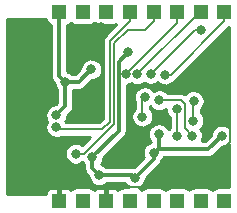
<source format=gbl>
G04 #@! TF.GenerationSoftware,KiCad,Pcbnew,(2017-11-08 revision cd21218)-HEAD*
G04 #@! TF.CreationDate,2018-02-15T18:50:46+02:00*
G04 #@! TF.ProjectId,rfm69w_adapter,72666D3639775F616461707465722E6B,rev?*
G04 #@! TF.SameCoordinates,Original*
G04 #@! TF.FileFunction,Copper,L2,Bot,Signal*
G04 #@! TF.FilePolarity,Positive*
%FSLAX46Y46*%
G04 Gerber Fmt 4.6, Leading zero omitted, Abs format (unit mm)*
G04 Created by KiCad (PCBNEW (2017-11-08 revision cd21218)-HEAD) date Thu Feb 15 18:50:46 2018*
%MOMM*%
%LPD*%
G01*
G04 APERTURE LIST*
%ADD10C,0.350000*%
%ADD11R,1.200000X1.200000*%
%ADD12C,0.800000*%
%ADD13C,0.200000*%
%ADD14C,0.300000*%
%ADD15C,0.254000*%
G04 APERTURE END LIST*
D10*
X116500000Y-68250000D03*
X116500000Y-71750000D03*
X116500000Y-73000000D03*
X113500000Y-75500000D03*
X116500000Y-73750000D03*
X117000000Y-75250000D03*
X116750000Y-74500000D03*
X116250000Y-75250000D03*
X131750000Y-65750000D03*
X130750000Y-68500000D03*
X129250000Y-68500000D03*
X128500000Y-68500000D03*
X116500000Y-64750000D03*
X116500000Y-69250000D03*
X116500000Y-70250000D03*
X117500000Y-70250000D03*
X118500000Y-78250000D03*
X117750000Y-78250000D03*
X117750000Y-77250000D03*
X130500000Y-73750000D03*
X131750000Y-73000000D03*
X131000000Y-73000000D03*
X130250000Y-73000000D03*
D11*
X131750000Y-79500000D03*
X129750000Y-79500000D03*
X127750000Y-79500000D03*
X125750000Y-79500000D03*
X123750000Y-79500000D03*
X121750000Y-79500000D03*
X119750000Y-79500000D03*
X117750000Y-79500000D03*
X131750000Y-63500000D03*
X129750000Y-63500000D03*
X127750000Y-63500000D03*
X125750000Y-63500000D03*
X123750000Y-63500000D03*
X119750000Y-63500000D03*
X121750000Y-63500000D03*
X117750000Y-63500000D03*
D10*
X114172857Y-64207000D03*
X114972857Y-64207000D03*
X115772857Y-64207000D03*
X114172857Y-65007000D03*
X114972857Y-65007000D03*
X115772857Y-65007000D03*
X114172857Y-65807000D03*
X114972857Y-65807000D03*
X115772857Y-65807000D03*
X114172857Y-66607000D03*
X114972857Y-66607000D03*
X115772857Y-66607000D03*
X131772857Y-66607000D03*
X114172857Y-67407000D03*
X114972857Y-67407000D03*
X115772857Y-67407000D03*
X114172857Y-68207000D03*
X114972857Y-68207000D03*
X115772857Y-68207000D03*
X130000000Y-68000000D03*
X114172857Y-69007000D03*
X114972857Y-69007000D03*
X115772857Y-69007000D03*
X131772857Y-71407000D03*
X130972857Y-72207000D03*
X131772857Y-72207000D03*
X114972857Y-77007000D03*
X114972857Y-77807000D03*
X114972857Y-78607000D03*
D12*
X121300000Y-64800000D03*
X121031000Y-72313800D03*
X128750004Y-77000000D03*
X131851400Y-68148200D03*
X127414280Y-77609979D03*
X129750000Y-65000000D03*
X125500000Y-68750000D03*
X117500000Y-72250000D03*
X123570996Y-66929000D03*
X125755398Y-75412600D03*
X120472198Y-68376800D03*
X118262400Y-69443600D03*
X120550012Y-75809990D03*
X124145026Y-77559979D03*
X121159979Y-77342024D03*
X126186430Y-73849990D03*
X131500000Y-74000000D03*
X125000000Y-70716637D03*
X124798524Y-72366659D03*
X126250000Y-71000000D03*
X129000000Y-74000000D03*
X129120532Y-72699988D03*
X129144070Y-71049965D03*
X127749994Y-74000000D03*
X127725446Y-71718827D03*
X126746000Y-68808602D03*
X119149990Y-75500000D03*
X123453610Y-68740021D03*
X124373530Y-68772790D03*
X117500000Y-73250000D03*
D13*
X128750004Y-77000000D02*
X129800000Y-77000000D01*
X129800000Y-77000000D02*
X132251399Y-74548601D01*
X132251399Y-74548601D02*
X132251399Y-68548199D01*
X132251399Y-68548199D02*
X131851400Y-68148200D01*
X121750000Y-79500000D02*
X121750000Y-78700000D01*
X126690659Y-78333600D02*
X127414280Y-77609979D01*
X121750000Y-78700000D02*
X122116400Y-78333600D01*
X122116400Y-78333600D02*
X126690659Y-78333600D01*
X129250000Y-65000000D02*
X129750000Y-65000000D01*
X125500000Y-68750000D02*
X129250000Y-65000000D01*
D14*
X120550012Y-75809990D02*
X122783600Y-73576402D01*
X122783600Y-67716396D02*
X123570996Y-66929000D01*
X122783600Y-73576402D02*
X122783600Y-67716396D01*
X118262400Y-69443600D02*
X119405398Y-69443600D01*
X119405398Y-69443600D02*
X120472198Y-68376800D01*
X117500000Y-72250000D02*
X118262400Y-71487600D01*
X118262400Y-71487600D02*
X118262400Y-69443600D01*
X117750000Y-63500000D02*
X117750000Y-68931200D01*
X117750000Y-68931200D02*
X118262400Y-69443600D01*
X126250000Y-75116942D02*
X126127258Y-75116942D01*
X125831600Y-75412600D02*
X125755398Y-75412600D01*
X126127258Y-75116942D02*
X125831600Y-75412600D01*
X124145026Y-77559979D02*
X125755398Y-75949607D01*
X125755398Y-75949607D02*
X125755398Y-75412600D01*
X120550012Y-76732057D02*
X120550012Y-75809990D01*
X121159979Y-77342024D02*
X120550012Y-76732057D01*
X121159979Y-77342024D02*
X123927071Y-77342024D01*
X123927071Y-77342024D02*
X124145026Y-77559979D01*
X126186430Y-75053372D02*
X126186430Y-73849990D01*
X126250000Y-75116942D02*
X126186430Y-75053372D01*
X130383058Y-75116942D02*
X126250000Y-75116942D01*
X131500000Y-74000000D02*
X130383058Y-75116942D01*
D13*
X124798524Y-70918113D02*
X125000000Y-70716637D01*
X124798524Y-72366659D02*
X124798524Y-70918113D01*
X128065685Y-71000000D02*
X126250000Y-71000000D01*
X128375447Y-71309762D02*
X128065685Y-71000000D01*
X129000000Y-74000000D02*
X128375447Y-73375447D01*
X128375447Y-73375447D02*
X128375447Y-71309762D01*
X129120532Y-71073503D02*
X129144070Y-71049965D01*
X129120532Y-72699988D02*
X129120532Y-71073503D01*
X127725446Y-73975452D02*
X127749994Y-74000000D01*
X127725446Y-71718827D02*
X127725446Y-73975452D01*
X131750000Y-63500000D02*
X131750000Y-64300000D01*
X131750000Y-64300000D02*
X127241398Y-68808602D01*
X127241398Y-68808602D02*
X126746000Y-68808602D01*
X119876800Y-75500000D02*
X119149990Y-75500000D01*
X125750000Y-63500000D02*
X125750000Y-64300000D01*
X125050000Y-65000000D02*
X123590353Y-65000000D01*
X125750000Y-64300000D02*
X125050000Y-65000000D01*
X122413589Y-66176764D02*
X122413589Y-72963211D01*
X122413589Y-72963211D02*
X119876800Y-75500000D01*
X123590353Y-65000000D02*
X122413589Y-66176764D01*
X127750000Y-64443631D02*
X123453610Y-68740021D01*
X127750000Y-63500000D02*
X127750000Y-64443631D01*
X129646320Y-63500000D02*
X124373530Y-68772790D01*
X129750000Y-63500000D02*
X129646320Y-63500000D01*
X123750000Y-64300000D02*
X123750000Y-63500000D01*
X117500000Y-73250000D02*
X117706800Y-73456800D01*
X121412000Y-73456800D02*
X122072400Y-72796400D01*
X122072400Y-65977600D02*
X123750000Y-64300000D01*
X117706800Y-73456800D02*
X121412000Y-73456800D01*
X122072400Y-72796400D02*
X122072400Y-65977600D01*
D15*
G36*
X116630626Y-64203310D02*
X116660761Y-64302650D01*
X116709696Y-64394202D01*
X116775552Y-64474448D01*
X116855798Y-64540304D01*
X116947350Y-64589239D01*
X117046690Y-64619374D01*
X117073000Y-64621965D01*
X117073000Y-68931200D01*
X117079100Y-68993410D01*
X117084552Y-69055735D01*
X117085546Y-69059155D01*
X117085893Y-69062697D01*
X117103969Y-69122568D01*
X117121415Y-69182616D01*
X117123052Y-69185775D01*
X117124082Y-69189185D01*
X117153451Y-69244419D01*
X117182220Y-69299921D01*
X117184441Y-69302703D01*
X117186112Y-69305846D01*
X117225628Y-69354297D01*
X117264652Y-69403181D01*
X117269539Y-69408137D01*
X117269621Y-69408237D01*
X117269714Y-69408314D01*
X117271289Y-69409911D01*
X117334853Y-69473475D01*
X117334182Y-69521545D01*
X117366999Y-69700352D01*
X117433922Y-69869380D01*
X117532401Y-70022190D01*
X117585400Y-70077072D01*
X117585400Y-71207177D01*
X117469850Y-71322728D01*
X117415577Y-71322349D01*
X117237003Y-71356413D01*
X117068447Y-71424515D01*
X116916328Y-71524058D01*
X116786441Y-71651253D01*
X116683733Y-71801254D01*
X116612117Y-71968347D01*
X116574320Y-72146168D01*
X116571782Y-72327945D01*
X116604599Y-72506752D01*
X116671522Y-72675780D01*
X116719098Y-72749604D01*
X116683733Y-72801254D01*
X116612117Y-72968347D01*
X116574320Y-73146168D01*
X116571782Y-73327945D01*
X116604599Y-73506752D01*
X116671522Y-73675780D01*
X116770001Y-73828590D01*
X116896286Y-73959362D01*
X117045566Y-74063114D01*
X117212155Y-74135895D01*
X117389708Y-74174932D01*
X117571463Y-74178740D01*
X117750495Y-74147171D01*
X117913876Y-74083800D01*
X120406288Y-74083800D01*
X119722283Y-74767805D01*
X119593027Y-74680621D01*
X119425438Y-74610173D01*
X119247357Y-74573618D01*
X119065567Y-74572349D01*
X118886993Y-74606413D01*
X118718437Y-74674515D01*
X118566318Y-74774058D01*
X118436431Y-74901253D01*
X118333723Y-75051254D01*
X118262107Y-75218347D01*
X118224310Y-75396168D01*
X118221772Y-75577945D01*
X118254589Y-75756752D01*
X118321512Y-75925780D01*
X118419991Y-76078590D01*
X118546276Y-76209362D01*
X118695556Y-76313114D01*
X118862145Y-76385895D01*
X119039698Y-76424932D01*
X119221453Y-76428740D01*
X119400485Y-76397171D01*
X119569976Y-76331430D01*
X119721369Y-76235353D01*
X119721534Y-76235770D01*
X119820013Y-76388580D01*
X119873012Y-76443462D01*
X119873012Y-76732057D01*
X119879112Y-76794267D01*
X119884564Y-76856592D01*
X119885558Y-76860012D01*
X119885905Y-76863554D01*
X119903981Y-76923425D01*
X119921427Y-76983473D01*
X119923064Y-76986632D01*
X119924094Y-76990042D01*
X119953463Y-77045276D01*
X119982232Y-77100778D01*
X119984453Y-77103560D01*
X119986124Y-77106703D01*
X120025640Y-77155154D01*
X120064664Y-77204038D01*
X120069551Y-77208994D01*
X120069633Y-77209094D01*
X120069726Y-77209171D01*
X120071301Y-77210768D01*
X120232432Y-77371899D01*
X120231761Y-77419969D01*
X120264578Y-77598776D01*
X120331501Y-77767804D01*
X120429980Y-77920614D01*
X120556265Y-78051386D01*
X120705545Y-78155138D01*
X120872134Y-78227919D01*
X121049687Y-78266956D01*
X121231442Y-78270764D01*
X121410474Y-78239195D01*
X121579965Y-78173454D01*
X121733458Y-78076044D01*
X121793335Y-78019024D01*
X123337986Y-78019024D01*
X123415027Y-78138569D01*
X123541312Y-78269341D01*
X123686791Y-78370451D01*
X123150000Y-78370451D01*
X123046690Y-78380626D01*
X122947350Y-78410761D01*
X122855798Y-78459696D01*
X122775552Y-78525552D01*
X122750892Y-78555601D01*
X122685943Y-78490652D01*
X122599628Y-78432979D01*
X122503720Y-78393252D01*
X122401905Y-78373000D01*
X121954750Y-78373000D01*
X121823000Y-78504750D01*
X121823000Y-78898000D01*
X121677000Y-78898000D01*
X121677000Y-78504750D01*
X121545250Y-78373000D01*
X121098095Y-78373000D01*
X120996280Y-78393252D01*
X120900372Y-78432979D01*
X120814057Y-78490652D01*
X120749108Y-78555601D01*
X120724448Y-78525552D01*
X120644202Y-78459696D01*
X120552650Y-78410761D01*
X120453310Y-78380626D01*
X120350000Y-78370451D01*
X119150000Y-78370451D01*
X119046690Y-78380626D01*
X118947350Y-78410761D01*
X118855798Y-78459696D01*
X118775552Y-78525552D01*
X118750892Y-78555601D01*
X118685943Y-78490652D01*
X118599628Y-78432979D01*
X118503720Y-78393252D01*
X118401905Y-78373000D01*
X117954750Y-78373000D01*
X117823000Y-78504750D01*
X117823000Y-78898000D01*
X117677000Y-78898000D01*
X117677000Y-78504750D01*
X117545250Y-78373000D01*
X117098095Y-78373000D01*
X116996280Y-78393252D01*
X116900372Y-78432979D01*
X116814057Y-78490652D01*
X116740652Y-78564057D01*
X116682979Y-78650372D01*
X116643252Y-78746280D01*
X116623000Y-78848095D01*
X116623000Y-78898000D01*
X113352000Y-78898000D01*
X113352000Y-64102000D01*
X116620648Y-64102000D01*
X116630626Y-64203310D01*
X116630626Y-64203310D01*
G37*
X116630626Y-64203310D02*
X116660761Y-64302650D01*
X116709696Y-64394202D01*
X116775552Y-64474448D01*
X116855798Y-64540304D01*
X116947350Y-64589239D01*
X117046690Y-64619374D01*
X117073000Y-64621965D01*
X117073000Y-68931200D01*
X117079100Y-68993410D01*
X117084552Y-69055735D01*
X117085546Y-69059155D01*
X117085893Y-69062697D01*
X117103969Y-69122568D01*
X117121415Y-69182616D01*
X117123052Y-69185775D01*
X117124082Y-69189185D01*
X117153451Y-69244419D01*
X117182220Y-69299921D01*
X117184441Y-69302703D01*
X117186112Y-69305846D01*
X117225628Y-69354297D01*
X117264652Y-69403181D01*
X117269539Y-69408137D01*
X117269621Y-69408237D01*
X117269714Y-69408314D01*
X117271289Y-69409911D01*
X117334853Y-69473475D01*
X117334182Y-69521545D01*
X117366999Y-69700352D01*
X117433922Y-69869380D01*
X117532401Y-70022190D01*
X117585400Y-70077072D01*
X117585400Y-71207177D01*
X117469850Y-71322728D01*
X117415577Y-71322349D01*
X117237003Y-71356413D01*
X117068447Y-71424515D01*
X116916328Y-71524058D01*
X116786441Y-71651253D01*
X116683733Y-71801254D01*
X116612117Y-71968347D01*
X116574320Y-72146168D01*
X116571782Y-72327945D01*
X116604599Y-72506752D01*
X116671522Y-72675780D01*
X116719098Y-72749604D01*
X116683733Y-72801254D01*
X116612117Y-72968347D01*
X116574320Y-73146168D01*
X116571782Y-73327945D01*
X116604599Y-73506752D01*
X116671522Y-73675780D01*
X116770001Y-73828590D01*
X116896286Y-73959362D01*
X117045566Y-74063114D01*
X117212155Y-74135895D01*
X117389708Y-74174932D01*
X117571463Y-74178740D01*
X117750495Y-74147171D01*
X117913876Y-74083800D01*
X120406288Y-74083800D01*
X119722283Y-74767805D01*
X119593027Y-74680621D01*
X119425438Y-74610173D01*
X119247357Y-74573618D01*
X119065567Y-74572349D01*
X118886993Y-74606413D01*
X118718437Y-74674515D01*
X118566318Y-74774058D01*
X118436431Y-74901253D01*
X118333723Y-75051254D01*
X118262107Y-75218347D01*
X118224310Y-75396168D01*
X118221772Y-75577945D01*
X118254589Y-75756752D01*
X118321512Y-75925780D01*
X118419991Y-76078590D01*
X118546276Y-76209362D01*
X118695556Y-76313114D01*
X118862145Y-76385895D01*
X119039698Y-76424932D01*
X119221453Y-76428740D01*
X119400485Y-76397171D01*
X119569976Y-76331430D01*
X119721369Y-76235353D01*
X119721534Y-76235770D01*
X119820013Y-76388580D01*
X119873012Y-76443462D01*
X119873012Y-76732057D01*
X119879112Y-76794267D01*
X119884564Y-76856592D01*
X119885558Y-76860012D01*
X119885905Y-76863554D01*
X119903981Y-76923425D01*
X119921427Y-76983473D01*
X119923064Y-76986632D01*
X119924094Y-76990042D01*
X119953463Y-77045276D01*
X119982232Y-77100778D01*
X119984453Y-77103560D01*
X119986124Y-77106703D01*
X120025640Y-77155154D01*
X120064664Y-77204038D01*
X120069551Y-77208994D01*
X120069633Y-77209094D01*
X120069726Y-77209171D01*
X120071301Y-77210768D01*
X120232432Y-77371899D01*
X120231761Y-77419969D01*
X120264578Y-77598776D01*
X120331501Y-77767804D01*
X120429980Y-77920614D01*
X120556265Y-78051386D01*
X120705545Y-78155138D01*
X120872134Y-78227919D01*
X121049687Y-78266956D01*
X121231442Y-78270764D01*
X121410474Y-78239195D01*
X121579965Y-78173454D01*
X121733458Y-78076044D01*
X121793335Y-78019024D01*
X123337986Y-78019024D01*
X123415027Y-78138569D01*
X123541312Y-78269341D01*
X123686791Y-78370451D01*
X123150000Y-78370451D01*
X123046690Y-78380626D01*
X122947350Y-78410761D01*
X122855798Y-78459696D01*
X122775552Y-78525552D01*
X122750892Y-78555601D01*
X122685943Y-78490652D01*
X122599628Y-78432979D01*
X122503720Y-78393252D01*
X122401905Y-78373000D01*
X121954750Y-78373000D01*
X121823000Y-78504750D01*
X121823000Y-78898000D01*
X121677000Y-78898000D01*
X121677000Y-78504750D01*
X121545250Y-78373000D01*
X121098095Y-78373000D01*
X120996280Y-78393252D01*
X120900372Y-78432979D01*
X120814057Y-78490652D01*
X120749108Y-78555601D01*
X120724448Y-78525552D01*
X120644202Y-78459696D01*
X120552650Y-78410761D01*
X120453310Y-78380626D01*
X120350000Y-78370451D01*
X119150000Y-78370451D01*
X119046690Y-78380626D01*
X118947350Y-78410761D01*
X118855798Y-78459696D01*
X118775552Y-78525552D01*
X118750892Y-78555601D01*
X118685943Y-78490652D01*
X118599628Y-78432979D01*
X118503720Y-78393252D01*
X118401905Y-78373000D01*
X117954750Y-78373000D01*
X117823000Y-78504750D01*
X117823000Y-78898000D01*
X117677000Y-78898000D01*
X117677000Y-78504750D01*
X117545250Y-78373000D01*
X117098095Y-78373000D01*
X116996280Y-78393252D01*
X116900372Y-78432979D01*
X116814057Y-78490652D01*
X116740652Y-78564057D01*
X116682979Y-78650372D01*
X116643252Y-78746280D01*
X116623000Y-78848095D01*
X116623000Y-78898000D01*
X113352000Y-78898000D01*
X113352000Y-64102000D01*
X116620648Y-64102000D01*
X116630626Y-64203310D01*
G36*
X132148000Y-78370451D02*
X131150000Y-78370451D01*
X131046690Y-78380626D01*
X130947350Y-78410761D01*
X130855798Y-78459696D01*
X130775552Y-78525552D01*
X130750000Y-78556687D01*
X130724448Y-78525552D01*
X130644202Y-78459696D01*
X130552650Y-78410761D01*
X130453310Y-78380626D01*
X130350000Y-78370451D01*
X129150000Y-78370451D01*
X129046690Y-78380626D01*
X128947350Y-78410761D01*
X128855798Y-78459696D01*
X128775552Y-78525552D01*
X128750000Y-78556687D01*
X128724448Y-78525552D01*
X128644202Y-78459696D01*
X128552650Y-78410761D01*
X128453310Y-78380626D01*
X128350000Y-78370451D01*
X127150000Y-78370451D01*
X127046690Y-78380626D01*
X126947350Y-78410761D01*
X126855798Y-78459696D01*
X126775552Y-78525552D01*
X126750000Y-78556687D01*
X126724448Y-78525552D01*
X126644202Y-78459696D01*
X126552650Y-78410761D01*
X126453310Y-78380626D01*
X126350000Y-78370451D01*
X125150000Y-78370451D01*
X125046690Y-78380626D01*
X124947350Y-78410761D01*
X124855798Y-78459696D01*
X124775552Y-78525552D01*
X124750000Y-78556687D01*
X124724448Y-78525552D01*
X124644202Y-78459696D01*
X124552650Y-78410761D01*
X124531590Y-78404372D01*
X124565012Y-78391409D01*
X124718505Y-78293999D01*
X124850156Y-78168630D01*
X124954947Y-78020078D01*
X125028890Y-77854001D01*
X125069166Y-77676725D01*
X125070348Y-77592079D01*
X126234109Y-76428318D01*
X126273789Y-76380011D01*
X126314000Y-76332090D01*
X126315715Y-76328970D01*
X126317975Y-76326219D01*
X126347531Y-76271098D01*
X126377653Y-76216306D01*
X126378729Y-76212913D01*
X126380412Y-76209775D01*
X126398704Y-76149943D01*
X126417604Y-76090363D01*
X126418001Y-76086827D01*
X126419042Y-76083421D01*
X126421590Y-76058331D01*
X126460528Y-76021251D01*
X126565319Y-75872699D01*
X126600384Y-75793942D01*
X130383058Y-75793942D01*
X130445268Y-75787842D01*
X130507593Y-75782390D01*
X130511013Y-75781396D01*
X130514555Y-75781049D01*
X130574426Y-75762973D01*
X130634474Y-75745527D01*
X130637633Y-75743890D01*
X130641043Y-75742860D01*
X130696277Y-75713491D01*
X130751779Y-75684722D01*
X130754561Y-75682501D01*
X130757704Y-75680830D01*
X130806155Y-75641314D01*
X130855039Y-75602290D01*
X130859995Y-75597403D01*
X130860095Y-75597321D01*
X130860172Y-75597228D01*
X130861769Y-75595653D01*
X131529561Y-74927862D01*
X131571463Y-74928740D01*
X131750495Y-74897171D01*
X131919986Y-74831430D01*
X132073479Y-74734020D01*
X132148000Y-74663055D01*
X132148000Y-78370451D01*
X132148000Y-78370451D01*
G37*
X132148000Y-78370451D02*
X131150000Y-78370451D01*
X131046690Y-78380626D01*
X130947350Y-78410761D01*
X130855798Y-78459696D01*
X130775552Y-78525552D01*
X130750000Y-78556687D01*
X130724448Y-78525552D01*
X130644202Y-78459696D01*
X130552650Y-78410761D01*
X130453310Y-78380626D01*
X130350000Y-78370451D01*
X129150000Y-78370451D01*
X129046690Y-78380626D01*
X128947350Y-78410761D01*
X128855798Y-78459696D01*
X128775552Y-78525552D01*
X128750000Y-78556687D01*
X128724448Y-78525552D01*
X128644202Y-78459696D01*
X128552650Y-78410761D01*
X128453310Y-78380626D01*
X128350000Y-78370451D01*
X127150000Y-78370451D01*
X127046690Y-78380626D01*
X126947350Y-78410761D01*
X126855798Y-78459696D01*
X126775552Y-78525552D01*
X126750000Y-78556687D01*
X126724448Y-78525552D01*
X126644202Y-78459696D01*
X126552650Y-78410761D01*
X126453310Y-78380626D01*
X126350000Y-78370451D01*
X125150000Y-78370451D01*
X125046690Y-78380626D01*
X124947350Y-78410761D01*
X124855798Y-78459696D01*
X124775552Y-78525552D01*
X124750000Y-78556687D01*
X124724448Y-78525552D01*
X124644202Y-78459696D01*
X124552650Y-78410761D01*
X124531590Y-78404372D01*
X124565012Y-78391409D01*
X124718505Y-78293999D01*
X124850156Y-78168630D01*
X124954947Y-78020078D01*
X125028890Y-77854001D01*
X125069166Y-77676725D01*
X125070348Y-77592079D01*
X126234109Y-76428318D01*
X126273789Y-76380011D01*
X126314000Y-76332090D01*
X126315715Y-76328970D01*
X126317975Y-76326219D01*
X126347531Y-76271098D01*
X126377653Y-76216306D01*
X126378729Y-76212913D01*
X126380412Y-76209775D01*
X126398704Y-76149943D01*
X126417604Y-76090363D01*
X126418001Y-76086827D01*
X126419042Y-76083421D01*
X126421590Y-76058331D01*
X126460528Y-76021251D01*
X126565319Y-75872699D01*
X126600384Y-75793942D01*
X130383058Y-75793942D01*
X130445268Y-75787842D01*
X130507593Y-75782390D01*
X130511013Y-75781396D01*
X130514555Y-75781049D01*
X130574426Y-75762973D01*
X130634474Y-75745527D01*
X130637633Y-75743890D01*
X130641043Y-75742860D01*
X130696277Y-75713491D01*
X130751779Y-75684722D01*
X130754561Y-75682501D01*
X130757704Y-75680830D01*
X130806155Y-75641314D01*
X130855039Y-75602290D01*
X130859995Y-75597403D01*
X130860095Y-75597321D01*
X130860172Y-75597228D01*
X130861769Y-75595653D01*
X131529561Y-74927862D01*
X131571463Y-74928740D01*
X131750495Y-74897171D01*
X131919986Y-74831430D01*
X132073479Y-74734020D01*
X132148000Y-74663055D01*
X132148000Y-78370451D01*
G36*
X132148000Y-73336907D02*
X132093751Y-73282278D01*
X131943037Y-73180621D01*
X131775448Y-73110173D01*
X131597367Y-73073618D01*
X131415577Y-73072349D01*
X131237003Y-73106413D01*
X131068447Y-73174515D01*
X130916328Y-73274058D01*
X130786441Y-73401253D01*
X130683733Y-73551254D01*
X130612117Y-73718347D01*
X130574320Y-73896168D01*
X130573299Y-73969278D01*
X130102636Y-74439942D01*
X129818896Y-74439942D01*
X129883864Y-74294022D01*
X129924140Y-74116746D01*
X129927039Y-73909103D01*
X129891729Y-73730771D01*
X129822452Y-73562694D01*
X129721849Y-73411274D01*
X129719922Y-73409333D01*
X129825662Y-73308639D01*
X129930453Y-73160087D01*
X130004396Y-72994010D01*
X130044672Y-72816734D01*
X130047571Y-72609091D01*
X130012261Y-72430759D01*
X129942984Y-72262682D01*
X129842381Y-72111262D01*
X129747532Y-72015748D01*
X129747532Y-71755433D01*
X129849200Y-71658616D01*
X129953991Y-71510064D01*
X130027934Y-71343987D01*
X130068210Y-71166711D01*
X130071109Y-70959068D01*
X130035799Y-70780736D01*
X129966522Y-70612659D01*
X129865919Y-70461239D01*
X129737821Y-70332243D01*
X129587107Y-70230586D01*
X129419518Y-70160138D01*
X129241437Y-70123583D01*
X129059647Y-70122314D01*
X128881073Y-70156378D01*
X128712517Y-70224480D01*
X128560398Y-70324023D01*
X128430511Y-70451218D01*
X128412306Y-70477806D01*
X128363491Y-70451632D01*
X128312687Y-70423702D01*
X128309539Y-70422703D01*
X128306638Y-70421148D01*
X128251290Y-70404226D01*
X128196046Y-70386701D01*
X128192771Y-70386334D01*
X128189616Y-70385369D01*
X128131941Y-70379511D01*
X128074439Y-70373061D01*
X128068002Y-70373016D01*
X128067873Y-70373003D01*
X128067752Y-70373014D01*
X128065685Y-70373000D01*
X126933841Y-70373000D01*
X126843751Y-70282278D01*
X126693037Y-70180621D01*
X126525448Y-70110173D01*
X126347367Y-70073618D01*
X126165577Y-70072349D01*
X125987003Y-70106413D01*
X125818447Y-70174515D01*
X125772701Y-70204450D01*
X125721849Y-70127911D01*
X125593751Y-69998915D01*
X125443037Y-69897258D01*
X125275448Y-69826810D01*
X125097367Y-69790255D01*
X124915577Y-69788986D01*
X124737003Y-69823050D01*
X124568447Y-69891152D01*
X124416328Y-69990695D01*
X124286441Y-70117890D01*
X124183733Y-70267891D01*
X124112117Y-70434984D01*
X124074320Y-70612805D01*
X124071782Y-70794582D01*
X124104599Y-70973389D01*
X124171522Y-71142417D01*
X124171524Y-71142420D01*
X124171524Y-71683147D01*
X124084965Y-71767912D01*
X123982257Y-71917913D01*
X123910641Y-72085006D01*
X123872844Y-72262827D01*
X123870306Y-72444604D01*
X123903123Y-72623411D01*
X123970046Y-72792439D01*
X124068525Y-72945249D01*
X124194810Y-73076021D01*
X124344090Y-73179773D01*
X124510679Y-73252554D01*
X124688232Y-73291591D01*
X124869987Y-73295399D01*
X125049019Y-73263830D01*
X125218510Y-73198089D01*
X125372003Y-73100679D01*
X125503654Y-72975310D01*
X125608445Y-72826758D01*
X125682388Y-72660681D01*
X125722664Y-72483405D01*
X125725563Y-72275762D01*
X125690253Y-72097430D01*
X125620976Y-71929353D01*
X125520373Y-71777933D01*
X125425524Y-71682419D01*
X125425524Y-71544552D01*
X125477009Y-71511879D01*
X125520001Y-71578590D01*
X125646286Y-71709362D01*
X125795566Y-71813114D01*
X125962155Y-71885895D01*
X126139708Y-71924932D01*
X126321463Y-71928740D01*
X126500495Y-71897171D01*
X126669986Y-71831430D01*
X126797877Y-71750267D01*
X126797228Y-71796772D01*
X126830045Y-71975579D01*
X126896968Y-72144607D01*
X126995447Y-72297417D01*
X127098446Y-72404076D01*
X127098446Y-73340527D01*
X127036435Y-73401253D01*
X127016294Y-73430668D01*
X127008882Y-73412684D01*
X126908279Y-73261264D01*
X126780181Y-73132268D01*
X126629467Y-73030611D01*
X126461878Y-72960163D01*
X126283797Y-72923608D01*
X126102007Y-72922339D01*
X125923433Y-72956403D01*
X125754877Y-73024505D01*
X125602758Y-73124048D01*
X125472871Y-73251243D01*
X125370163Y-73401244D01*
X125298547Y-73568337D01*
X125260750Y-73746158D01*
X125258212Y-73927935D01*
X125291029Y-74106742D01*
X125357952Y-74275770D01*
X125456431Y-74428580D01*
X125509430Y-74483462D01*
X125509430Y-74515765D01*
X125492401Y-74519013D01*
X125323845Y-74587115D01*
X125171726Y-74686658D01*
X125041839Y-74813853D01*
X124939131Y-74963854D01*
X124867515Y-75130947D01*
X124829718Y-75308768D01*
X124827180Y-75490545D01*
X124859997Y-75669352D01*
X124921895Y-75825688D01*
X124114876Y-76632707D01*
X124060603Y-76632328D01*
X123889200Y-76665024D01*
X121794169Y-76665024D01*
X121753730Y-76624302D01*
X121603016Y-76522645D01*
X121435427Y-76452197D01*
X121257346Y-76415642D01*
X121257258Y-76415641D01*
X121359933Y-76270089D01*
X121433876Y-76104012D01*
X121474152Y-75926736D01*
X121475334Y-75842090D01*
X123262311Y-74055114D01*
X123302012Y-74006781D01*
X123342202Y-73958885D01*
X123343917Y-73955765D01*
X123346177Y-73953014D01*
X123375714Y-73897927D01*
X123405855Y-73843101D01*
X123406933Y-73839704D01*
X123408613Y-73836570D01*
X123426883Y-73776812D01*
X123445806Y-73717158D01*
X123446203Y-73713619D01*
X123447243Y-73710217D01*
X123453556Y-73648064D01*
X123460534Y-73585854D01*
X123460583Y-73578887D01*
X123460595Y-73578765D01*
X123460584Y-73578652D01*
X123460600Y-73576402D01*
X123460600Y-69667410D01*
X123525073Y-69668761D01*
X123704105Y-69637192D01*
X123873596Y-69571451D01*
X123886509Y-69563256D01*
X123919096Y-69585904D01*
X124085685Y-69658685D01*
X124263238Y-69697722D01*
X124444993Y-69701530D01*
X124624025Y-69669961D01*
X124793516Y-69604220D01*
X124947009Y-69506810D01*
X124954412Y-69499760D01*
X125045566Y-69563114D01*
X125212155Y-69635895D01*
X125389708Y-69674932D01*
X125571463Y-69678740D01*
X125750495Y-69647171D01*
X125919986Y-69581430D01*
X126073479Y-69484020D01*
X126092247Y-69466147D01*
X126142286Y-69517964D01*
X126291566Y-69621716D01*
X126458155Y-69694497D01*
X126635708Y-69733534D01*
X126817463Y-69737342D01*
X126996495Y-69705773D01*
X127165986Y-69640032D01*
X127319479Y-69542622D01*
X127451130Y-69417253D01*
X127468675Y-69392381D01*
X127474245Y-69390763D01*
X127477175Y-69389244D01*
X127480329Y-69388292D01*
X127531442Y-69361115D01*
X127582887Y-69334449D01*
X127585464Y-69332392D01*
X127588375Y-69330844D01*
X127633258Y-69294239D01*
X127678521Y-69258105D01*
X127683108Y-69253581D01*
X127683204Y-69253503D01*
X127683278Y-69253414D01*
X127684754Y-69251958D01*
X132148000Y-64788712D01*
X132148000Y-73336907D01*
X132148000Y-73336907D01*
G37*
X132148000Y-73336907D02*
X132093751Y-73282278D01*
X131943037Y-73180621D01*
X131775448Y-73110173D01*
X131597367Y-73073618D01*
X131415577Y-73072349D01*
X131237003Y-73106413D01*
X131068447Y-73174515D01*
X130916328Y-73274058D01*
X130786441Y-73401253D01*
X130683733Y-73551254D01*
X130612117Y-73718347D01*
X130574320Y-73896168D01*
X130573299Y-73969278D01*
X130102636Y-74439942D01*
X129818896Y-74439942D01*
X129883864Y-74294022D01*
X129924140Y-74116746D01*
X129927039Y-73909103D01*
X129891729Y-73730771D01*
X129822452Y-73562694D01*
X129721849Y-73411274D01*
X129719922Y-73409333D01*
X129825662Y-73308639D01*
X129930453Y-73160087D01*
X130004396Y-72994010D01*
X130044672Y-72816734D01*
X130047571Y-72609091D01*
X130012261Y-72430759D01*
X129942984Y-72262682D01*
X129842381Y-72111262D01*
X129747532Y-72015748D01*
X129747532Y-71755433D01*
X129849200Y-71658616D01*
X129953991Y-71510064D01*
X130027934Y-71343987D01*
X130068210Y-71166711D01*
X130071109Y-70959068D01*
X130035799Y-70780736D01*
X129966522Y-70612659D01*
X129865919Y-70461239D01*
X129737821Y-70332243D01*
X129587107Y-70230586D01*
X129419518Y-70160138D01*
X129241437Y-70123583D01*
X129059647Y-70122314D01*
X128881073Y-70156378D01*
X128712517Y-70224480D01*
X128560398Y-70324023D01*
X128430511Y-70451218D01*
X128412306Y-70477806D01*
X128363491Y-70451632D01*
X128312687Y-70423702D01*
X128309539Y-70422703D01*
X128306638Y-70421148D01*
X128251290Y-70404226D01*
X128196046Y-70386701D01*
X128192771Y-70386334D01*
X128189616Y-70385369D01*
X128131941Y-70379511D01*
X128074439Y-70373061D01*
X128068002Y-70373016D01*
X128067873Y-70373003D01*
X128067752Y-70373014D01*
X128065685Y-70373000D01*
X126933841Y-70373000D01*
X126843751Y-70282278D01*
X126693037Y-70180621D01*
X126525448Y-70110173D01*
X126347367Y-70073618D01*
X126165577Y-70072349D01*
X125987003Y-70106413D01*
X125818447Y-70174515D01*
X125772701Y-70204450D01*
X125721849Y-70127911D01*
X125593751Y-69998915D01*
X125443037Y-69897258D01*
X125275448Y-69826810D01*
X125097367Y-69790255D01*
X124915577Y-69788986D01*
X124737003Y-69823050D01*
X124568447Y-69891152D01*
X124416328Y-69990695D01*
X124286441Y-70117890D01*
X124183733Y-70267891D01*
X124112117Y-70434984D01*
X124074320Y-70612805D01*
X124071782Y-70794582D01*
X124104599Y-70973389D01*
X124171522Y-71142417D01*
X124171524Y-71142420D01*
X124171524Y-71683147D01*
X124084965Y-71767912D01*
X123982257Y-71917913D01*
X123910641Y-72085006D01*
X123872844Y-72262827D01*
X123870306Y-72444604D01*
X123903123Y-72623411D01*
X123970046Y-72792439D01*
X124068525Y-72945249D01*
X124194810Y-73076021D01*
X124344090Y-73179773D01*
X124510679Y-73252554D01*
X124688232Y-73291591D01*
X124869987Y-73295399D01*
X125049019Y-73263830D01*
X125218510Y-73198089D01*
X125372003Y-73100679D01*
X125503654Y-72975310D01*
X125608445Y-72826758D01*
X125682388Y-72660681D01*
X125722664Y-72483405D01*
X125725563Y-72275762D01*
X125690253Y-72097430D01*
X125620976Y-71929353D01*
X125520373Y-71777933D01*
X125425524Y-71682419D01*
X125425524Y-71544552D01*
X125477009Y-71511879D01*
X125520001Y-71578590D01*
X125646286Y-71709362D01*
X125795566Y-71813114D01*
X125962155Y-71885895D01*
X126139708Y-71924932D01*
X126321463Y-71928740D01*
X126500495Y-71897171D01*
X126669986Y-71831430D01*
X126797877Y-71750267D01*
X126797228Y-71796772D01*
X126830045Y-71975579D01*
X126896968Y-72144607D01*
X126995447Y-72297417D01*
X127098446Y-72404076D01*
X127098446Y-73340527D01*
X127036435Y-73401253D01*
X127016294Y-73430668D01*
X127008882Y-73412684D01*
X126908279Y-73261264D01*
X126780181Y-73132268D01*
X126629467Y-73030611D01*
X126461878Y-72960163D01*
X126283797Y-72923608D01*
X126102007Y-72922339D01*
X125923433Y-72956403D01*
X125754877Y-73024505D01*
X125602758Y-73124048D01*
X125472871Y-73251243D01*
X125370163Y-73401244D01*
X125298547Y-73568337D01*
X125260750Y-73746158D01*
X125258212Y-73927935D01*
X125291029Y-74106742D01*
X125357952Y-74275770D01*
X125456431Y-74428580D01*
X125509430Y-74483462D01*
X125509430Y-74515765D01*
X125492401Y-74519013D01*
X125323845Y-74587115D01*
X125171726Y-74686658D01*
X125041839Y-74813853D01*
X124939131Y-74963854D01*
X124867515Y-75130947D01*
X124829718Y-75308768D01*
X124827180Y-75490545D01*
X124859997Y-75669352D01*
X124921895Y-75825688D01*
X124114876Y-76632707D01*
X124060603Y-76632328D01*
X123889200Y-76665024D01*
X121794169Y-76665024D01*
X121753730Y-76624302D01*
X121603016Y-76522645D01*
X121435427Y-76452197D01*
X121257346Y-76415642D01*
X121257258Y-76415641D01*
X121359933Y-76270089D01*
X121433876Y-76104012D01*
X121474152Y-75926736D01*
X121475334Y-75842090D01*
X123262311Y-74055114D01*
X123302012Y-74006781D01*
X123342202Y-73958885D01*
X123343917Y-73955765D01*
X123346177Y-73953014D01*
X123375714Y-73897927D01*
X123405855Y-73843101D01*
X123406933Y-73839704D01*
X123408613Y-73836570D01*
X123426883Y-73776812D01*
X123445806Y-73717158D01*
X123446203Y-73713619D01*
X123447243Y-73710217D01*
X123453556Y-73648064D01*
X123460534Y-73585854D01*
X123460583Y-73578887D01*
X123460595Y-73578765D01*
X123460584Y-73578652D01*
X123460600Y-73576402D01*
X123460600Y-69667410D01*
X123525073Y-69668761D01*
X123704105Y-69637192D01*
X123873596Y-69571451D01*
X123886509Y-69563256D01*
X123919096Y-69585904D01*
X124085685Y-69658685D01*
X124263238Y-69697722D01*
X124444993Y-69701530D01*
X124624025Y-69669961D01*
X124793516Y-69604220D01*
X124947009Y-69506810D01*
X124954412Y-69499760D01*
X125045566Y-69563114D01*
X125212155Y-69635895D01*
X125389708Y-69674932D01*
X125571463Y-69678740D01*
X125750495Y-69647171D01*
X125919986Y-69581430D01*
X126073479Y-69484020D01*
X126092247Y-69466147D01*
X126142286Y-69517964D01*
X126291566Y-69621716D01*
X126458155Y-69694497D01*
X126635708Y-69733534D01*
X126817463Y-69737342D01*
X126996495Y-69705773D01*
X127165986Y-69640032D01*
X127319479Y-69542622D01*
X127451130Y-69417253D01*
X127468675Y-69392381D01*
X127474245Y-69390763D01*
X127477175Y-69389244D01*
X127480329Y-69388292D01*
X127531442Y-69361115D01*
X127582887Y-69334449D01*
X127585464Y-69332392D01*
X127588375Y-69330844D01*
X127633258Y-69294239D01*
X127678521Y-69258105D01*
X127683108Y-69253581D01*
X127683204Y-69253503D01*
X127683278Y-69253414D01*
X127684754Y-69251958D01*
X132148000Y-64788712D01*
X132148000Y-73336907D01*
G36*
X120775552Y-64474448D02*
X120855798Y-64540304D01*
X120947350Y-64589239D01*
X121046690Y-64619374D01*
X121150000Y-64629549D01*
X122350000Y-64629549D01*
X122453310Y-64619374D01*
X122552650Y-64589239D01*
X122598620Y-64564668D01*
X121629044Y-65534244D01*
X121592277Y-65579005D01*
X121555054Y-65623366D01*
X121553465Y-65626256D01*
X121551373Y-65628803D01*
X121524032Y-65679794D01*
X121496102Y-65730598D01*
X121495103Y-65733746D01*
X121493548Y-65736647D01*
X121476626Y-65791995D01*
X121459101Y-65847239D01*
X121458734Y-65850514D01*
X121457769Y-65853669D01*
X121451911Y-65911344D01*
X121445461Y-65968846D01*
X121445416Y-65975283D01*
X121445403Y-65975412D01*
X121445414Y-65975533D01*
X121445400Y-65977600D01*
X121445400Y-72536688D01*
X121152288Y-72829800D01*
X118329503Y-72829800D01*
X118322452Y-72812694D01*
X118281272Y-72750712D01*
X118309921Y-72710099D01*
X118383864Y-72544022D01*
X118424140Y-72366746D01*
X118425322Y-72282101D01*
X118741111Y-71966312D01*
X118780812Y-71917979D01*
X118821002Y-71870083D01*
X118822717Y-71866963D01*
X118824977Y-71864212D01*
X118854533Y-71809091D01*
X118884655Y-71754299D01*
X118885731Y-71750906D01*
X118887414Y-71747768D01*
X118905697Y-71687964D01*
X118924606Y-71628356D01*
X118925003Y-71624817D01*
X118926043Y-71621415D01*
X118932356Y-71559262D01*
X118939334Y-71497052D01*
X118939383Y-71490085D01*
X118939395Y-71489963D01*
X118939384Y-71489850D01*
X118939400Y-71487600D01*
X118939400Y-70120600D01*
X119405398Y-70120600D01*
X119467608Y-70114500D01*
X119529933Y-70109048D01*
X119533353Y-70108054D01*
X119536895Y-70107707D01*
X119596766Y-70089631D01*
X119656814Y-70072185D01*
X119659973Y-70070548D01*
X119663383Y-70069518D01*
X119718617Y-70040149D01*
X119774119Y-70011380D01*
X119776901Y-70009159D01*
X119780044Y-70007488D01*
X119828495Y-69967972D01*
X119877379Y-69928948D01*
X119882335Y-69924061D01*
X119882435Y-69923979D01*
X119882512Y-69923886D01*
X119884109Y-69922311D01*
X120501758Y-69304662D01*
X120543661Y-69305540D01*
X120722693Y-69273971D01*
X120892184Y-69208230D01*
X121045677Y-69110820D01*
X121177328Y-68985451D01*
X121282119Y-68836899D01*
X121356062Y-68670822D01*
X121396338Y-68493546D01*
X121399237Y-68285903D01*
X121363927Y-68107571D01*
X121294650Y-67939494D01*
X121194047Y-67788074D01*
X121065949Y-67659078D01*
X120915235Y-67557421D01*
X120747646Y-67486973D01*
X120569565Y-67450418D01*
X120387775Y-67449149D01*
X120209201Y-67483213D01*
X120040645Y-67551315D01*
X119888526Y-67650858D01*
X119758639Y-67778053D01*
X119655931Y-67928054D01*
X119584315Y-68095147D01*
X119546518Y-68272968D01*
X119545497Y-68346079D01*
X119124976Y-68766600D01*
X118896590Y-68766600D01*
X118856151Y-68725878D01*
X118705437Y-68624221D01*
X118537848Y-68553773D01*
X118427000Y-68531019D01*
X118427000Y-64621965D01*
X118453310Y-64619374D01*
X118552650Y-64589239D01*
X118644202Y-64540304D01*
X118724448Y-64474448D01*
X118750000Y-64443313D01*
X118775552Y-64474448D01*
X118855798Y-64540304D01*
X118947350Y-64589239D01*
X119046690Y-64619374D01*
X119150000Y-64629549D01*
X120350000Y-64629549D01*
X120453310Y-64619374D01*
X120552650Y-64589239D01*
X120644202Y-64540304D01*
X120724448Y-64474448D01*
X120750000Y-64443313D01*
X120775552Y-64474448D01*
X120775552Y-64474448D01*
G37*
X120775552Y-64474448D02*
X120855798Y-64540304D01*
X120947350Y-64589239D01*
X121046690Y-64619374D01*
X121150000Y-64629549D01*
X122350000Y-64629549D01*
X122453310Y-64619374D01*
X122552650Y-64589239D01*
X122598620Y-64564668D01*
X121629044Y-65534244D01*
X121592277Y-65579005D01*
X121555054Y-65623366D01*
X121553465Y-65626256D01*
X121551373Y-65628803D01*
X121524032Y-65679794D01*
X121496102Y-65730598D01*
X121495103Y-65733746D01*
X121493548Y-65736647D01*
X121476626Y-65791995D01*
X121459101Y-65847239D01*
X121458734Y-65850514D01*
X121457769Y-65853669D01*
X121451911Y-65911344D01*
X121445461Y-65968846D01*
X121445416Y-65975283D01*
X121445403Y-65975412D01*
X121445414Y-65975533D01*
X121445400Y-65977600D01*
X121445400Y-72536688D01*
X121152288Y-72829800D01*
X118329503Y-72829800D01*
X118322452Y-72812694D01*
X118281272Y-72750712D01*
X118309921Y-72710099D01*
X118383864Y-72544022D01*
X118424140Y-72366746D01*
X118425322Y-72282101D01*
X118741111Y-71966312D01*
X118780812Y-71917979D01*
X118821002Y-71870083D01*
X118822717Y-71866963D01*
X118824977Y-71864212D01*
X118854533Y-71809091D01*
X118884655Y-71754299D01*
X118885731Y-71750906D01*
X118887414Y-71747768D01*
X118905697Y-71687964D01*
X118924606Y-71628356D01*
X118925003Y-71624817D01*
X118926043Y-71621415D01*
X118932356Y-71559262D01*
X118939334Y-71497052D01*
X118939383Y-71490085D01*
X118939395Y-71489963D01*
X118939384Y-71489850D01*
X118939400Y-71487600D01*
X118939400Y-70120600D01*
X119405398Y-70120600D01*
X119467608Y-70114500D01*
X119529933Y-70109048D01*
X119533353Y-70108054D01*
X119536895Y-70107707D01*
X119596766Y-70089631D01*
X119656814Y-70072185D01*
X119659973Y-70070548D01*
X119663383Y-70069518D01*
X119718617Y-70040149D01*
X119774119Y-70011380D01*
X119776901Y-70009159D01*
X119780044Y-70007488D01*
X119828495Y-69967972D01*
X119877379Y-69928948D01*
X119882335Y-69924061D01*
X119882435Y-69923979D01*
X119882512Y-69923886D01*
X119884109Y-69922311D01*
X120501758Y-69304662D01*
X120543661Y-69305540D01*
X120722693Y-69273971D01*
X120892184Y-69208230D01*
X121045677Y-69110820D01*
X121177328Y-68985451D01*
X121282119Y-68836899D01*
X121356062Y-68670822D01*
X121396338Y-68493546D01*
X121399237Y-68285903D01*
X121363927Y-68107571D01*
X121294650Y-67939494D01*
X121194047Y-67788074D01*
X121065949Y-67659078D01*
X120915235Y-67557421D01*
X120747646Y-67486973D01*
X120569565Y-67450418D01*
X120387775Y-67449149D01*
X120209201Y-67483213D01*
X120040645Y-67551315D01*
X119888526Y-67650858D01*
X119758639Y-67778053D01*
X119655931Y-67928054D01*
X119584315Y-68095147D01*
X119546518Y-68272968D01*
X119545497Y-68346079D01*
X119124976Y-68766600D01*
X118896590Y-68766600D01*
X118856151Y-68725878D01*
X118705437Y-68624221D01*
X118537848Y-68553773D01*
X118427000Y-68531019D01*
X118427000Y-64621965D01*
X118453310Y-64619374D01*
X118552650Y-64589239D01*
X118644202Y-64540304D01*
X118724448Y-64474448D01*
X118750000Y-64443313D01*
X118775552Y-64474448D01*
X118855798Y-64540304D01*
X118947350Y-64589239D01*
X119046690Y-64619374D01*
X119150000Y-64629549D01*
X120350000Y-64629549D01*
X120453310Y-64619374D01*
X120552650Y-64589239D01*
X120644202Y-64540304D01*
X120724448Y-64474448D01*
X120750000Y-64443313D01*
X120775552Y-64474448D01*
M02*

</source>
